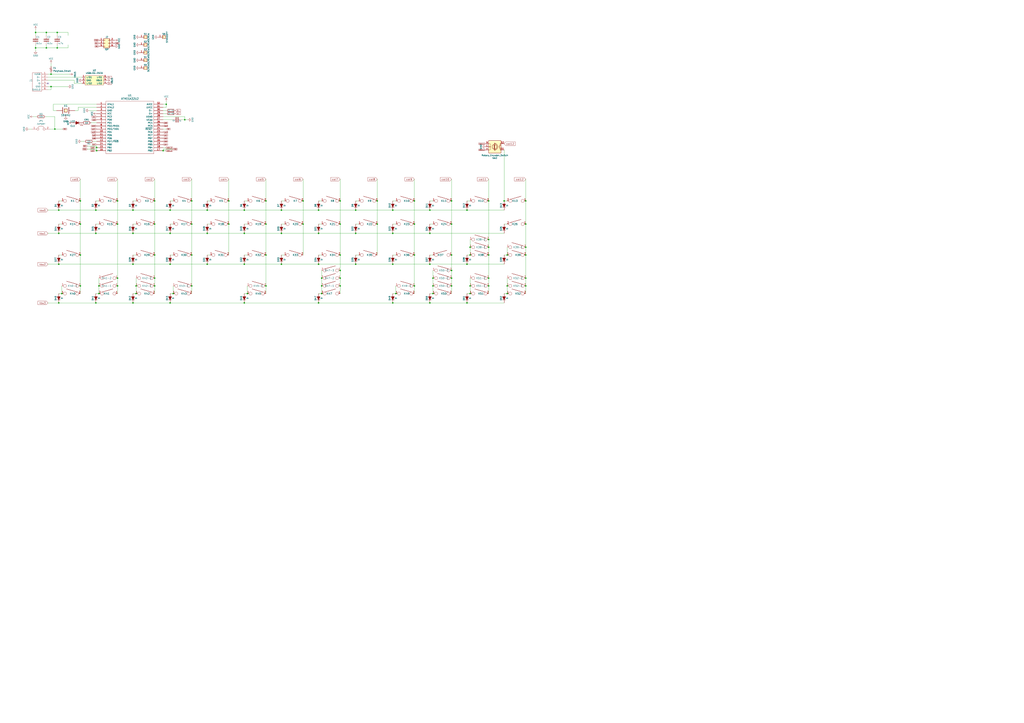
<source format=kicad_sch>
(kicad_sch (version 20200828) (generator eeschema)
  (page 1 1)
  (paper "A1")
  (junction (at 29.21 26.67) (diameter 1.016))
  (junction (at 29.21 39.37) (diameter 1.016))
  (junction (at 38.1 26.67) (diameter 1.016))
  (junction (at 38.1 39.37) (diameter 1.016))
  (junction (at 41.91 60.96) (diameter 1.016))
  (junction (at 41.91 71.12) (diameter 1.016))
  (junction (at 45.085 106.045) (diameter 1.016))
  (junction (at 46.99 26.67) (diameter 1.016))
  (junction (at 46.99 39.37) (diameter 1.016))
  (junction (at 48.26 172.72) (diameter 1.016))
  (junction (at 48.26 191.77) (diameter 1.016))
  (junction (at 48.26 217.17) (diameter 1.016))
  (junction (at 48.26 248.92) (diameter 1.016))
  (junction (at 50.8 241.3) (diameter 1.016))
  (junction (at 66.04 165.1) (diameter 1.016))
  (junction (at 66.04 184.15) (diameter 1.016))
  (junction (at 66.04 209.55) (diameter 1.016))
  (junction (at 66.04 234.95) (diameter 1.016))
  (junction (at 78.74 172.72) (diameter 1.016))
  (junction (at 78.74 191.77) (diameter 1.016))
  (junction (at 78.74 248.92) (diameter 1.016))
  (junction (at 79.375 121.285) (diameter 1.016))
  (junction (at 79.375 123.825) (diameter 1.016))
  (junction (at 81.28 234.95) (diameter 1.016))
  (junction (at 81.28 241.3) (diameter 1.016))
  (junction (at 96.52 165.1) (diameter 1.016))
  (junction (at 96.52 184.15) (diameter 1.016))
  (junction (at 96.52 228.6) (diameter 1.016))
  (junction (at 96.52 234.95) (diameter 1.016))
  (junction (at 109.22 172.72) (diameter 1.016))
  (junction (at 109.22 191.77) (diameter 1.016))
  (junction (at 109.22 217.17) (diameter 1.016))
  (junction (at 109.22 248.92) (diameter 1.016))
  (junction (at 111.76 234.95) (diameter 1.016))
  (junction (at 111.76 241.3) (diameter 1.016))
  (junction (at 127 165.1) (diameter 1.016))
  (junction (at 127 184.15) (diameter 1.016))
  (junction (at 127 209.55) (diameter 1.016))
  (junction (at 127 228.6) (diameter 1.016))
  (junction (at 127 234.95) (diameter 1.016))
  (junction (at 133.985 123.825) (diameter 1.016))
  (junction (at 136.525 85.725) (diameter 1.016))
  (junction (at 139.7 172.72) (diameter 1.016))
  (junction (at 139.7 191.77) (diameter 1.016))
  (junction (at 139.7 217.17) (diameter 1.016))
  (junction (at 139.7 248.92) (diameter 1.016))
  (junction (at 142.24 241.3) (diameter 1.016))
  (junction (at 151.765 98.425) (diameter 1.016))
  (junction (at 157.48 165.1) (diameter 1.016))
  (junction (at 157.48 184.15) (diameter 1.016))
  (junction (at 157.48 209.55) (diameter 1.016))
  (junction (at 157.48 234.95) (diameter 1.016))
  (junction (at 170.18 172.72) (diameter 1.016))
  (junction (at 170.18 191.77) (diameter 1.016))
  (junction (at 170.18 217.17) (diameter 1.016))
  (junction (at 187.96 165.1) (diameter 1.016))
  (junction (at 187.96 184.15) (diameter 1.016))
  (junction (at 200.66 172.72) (diameter 1.016))
  (junction (at 200.66 191.77) (diameter 1.016))
  (junction (at 200.66 217.17) (diameter 1.016))
  (junction (at 200.66 248.92) (diameter 1.016))
  (junction (at 203.2 241.3) (diameter 1.016))
  (junction (at 218.44 165.1) (diameter 1.016))
  (junction (at 218.44 184.15) (diameter 1.016))
  (junction (at 218.44 209.55) (diameter 1.016))
  (junction (at 218.44 234.95) (diameter 1.016))
  (junction (at 231.14 172.72) (diameter 1.016))
  (junction (at 231.14 191.77) (diameter 1.016))
  (junction (at 231.14 217.17) (diameter 1.016))
  (junction (at 248.92 165.1) (diameter 1.016))
  (junction (at 248.92 184.15) (diameter 1.016))
  (junction (at 261.62 172.72) (diameter 1.016))
  (junction (at 261.62 191.77) (diameter 1.016))
  (junction (at 261.62 217.17) (diameter 1.016))
  (junction (at 261.62 248.92) (diameter 1.016))
  (junction (at 264.16 228.6) (diameter 1.016))
  (junction (at 264.16 234.95) (diameter 1.016))
  (junction (at 264.16 241.3) (diameter 1.016))
  (junction (at 279.4 165.1) (diameter 1.016))
  (junction (at 279.4 184.15) (diameter 1.016))
  (junction (at 279.4 209.55) (diameter 1.016))
  (junction (at 279.4 222.25) (diameter 1.016))
  (junction (at 279.4 228.6) (diameter 1.016))
  (junction (at 279.4 234.95) (diameter 1.016))
  (junction (at 292.1 172.72) (diameter 1.016))
  (junction (at 292.1 191.77) (diameter 1.016))
  (junction (at 292.1 217.17) (diameter 1.016))
  (junction (at 309.88 165.1) (diameter 1.016))
  (junction (at 309.88 184.15) (diameter 1.016))
  (junction (at 322.58 172.72) (diameter 1.016))
  (junction (at 322.58 191.77) (diameter 1.016))
  (junction (at 322.58 217.17) (diameter 1.016))
  (junction (at 322.58 248.92) (diameter 1.016))
  (junction (at 325.12 241.3) (diameter 1.016))
  (junction (at 340.36 165.1) (diameter 1.016))
  (junction (at 340.36 184.15) (diameter 1.016))
  (junction (at 340.36 209.55) (diameter 1.016))
  (junction (at 340.36 234.95) (diameter 1.016))
  (junction (at 353.06 172.72) (diameter 1.016))
  (junction (at 353.06 191.77) (diameter 1.016))
  (junction (at 353.06 217.17) (diameter 1.016))
  (junction (at 353.06 248.92) (diameter 1.016))
  (junction (at 355.6 228.6) (diameter 1.016))
  (junction (at 355.6 234.95) (diameter 1.016))
  (junction (at 355.6 241.3) (diameter 1.016))
  (junction (at 370.84 165.1) (diameter 1.016))
  (junction (at 370.84 184.15) (diameter 1.016))
  (junction (at 370.84 209.55) (diameter 1.016))
  (junction (at 370.84 222.25) (diameter 1.016))
  (junction (at 370.84 228.6) (diameter 1.016))
  (junction (at 370.84 234.95) (diameter 1.016))
  (junction (at 383.54 172.72) (diameter 1.016))
  (junction (at 383.54 217.17) (diameter 1.016))
  (junction (at 383.54 248.92) (diameter 1.016))
  (junction (at 386.08 203.2) (diameter 1.016))
  (junction (at 386.08 209.55) (diameter 1.016))
  (junction (at 386.08 234.95) (diameter 1.016))
  (junction (at 386.08 241.3) (diameter 1.016))
  (junction (at 401.32 165.1) (diameter 1.016))
  (junction (at 401.32 196.85) (diameter 1.016))
  (junction (at 401.32 203.2) (diameter 1.016))
  (junction (at 401.32 209.55) (diameter 1.016))
  (junction (at 401.32 228.6) (diameter 1.016))
  (junction (at 401.32 234.95) (diameter 1.016))
  (junction (at 414.02 165.1) (diameter 1.016))
  (junction (at 416.56 209.55) (diameter 1.016))
  (junction (at 416.56 234.95) (diameter 1.016))
  (junction (at 416.56 241.3) (diameter 1.016))
  (junction (at 431.8 165.1) (diameter 1.016))
  (junction (at 431.8 184.15) (diameter 1.016))
  (junction (at 431.8 203.2) (diameter 1.016))
  (junction (at 431.8 209.55) (diameter 1.016))
  (junction (at 431.8 228.6) (diameter 1.016))
  (junction (at 431.8 234.95) (diameter 1.016))
  (no_connect (at 39.37 68.58))
  (wire (pts (xy 26.035 106.045) (xy 23.495 106.045)))
  (wire (pts (xy 27.305 95.885) (xy 29.845 95.885)))
  (wire (pts (xy 29.21 24.13) (xy 29.21 26.67)))
  (wire (pts (xy 29.21 26.67) (xy 29.21 29.21)))
  (wire (pts (xy 29.21 26.67) (xy 38.1 26.67)))
  (wire (pts (xy 29.21 36.83) (xy 29.21 39.37)))
  (wire (pts (xy 29.21 39.37) (xy 29.21 41.91)))
  (wire (pts (xy 29.21 39.37) (xy 38.1 39.37)))
  (wire (pts (xy 37.465 95.885) (xy 45.085 95.885)))
  (wire (pts (xy 38.1 26.67) (xy 38.1 29.21)))
  (wire (pts (xy 38.1 26.67) (xy 46.99 26.67)))
  (wire (pts (xy 38.1 36.83) (xy 38.1 39.37)))
  (wire (pts (xy 38.1 39.37) (xy 46.99 39.37)))
  (wire (pts (xy 39.37 60.96) (xy 41.91 60.96)))
  (wire (pts (xy 39.37 63.5) (xy 67.31 63.5)))
  (wire (pts (xy 39.37 66.04) (xy 60.96 66.04)))
  (wire (pts (xy 39.37 71.12) (xy 41.91 71.12)))
  (wire (pts (xy 39.37 73.66) (xy 41.91 73.66)))
  (wire (pts (xy 39.37 172.72) (xy 48.26 172.72)))
  (wire (pts (xy 39.37 191.77) (xy 48.26 191.77)))
  (wire (pts (xy 39.37 217.17) (xy 48.26 217.17)))
  (wire (pts (xy 39.37 248.92) (xy 48.26 248.92)))
  (wire (pts (xy 41.275 106.045) (xy 45.085 106.045)))
  (wire (pts (xy 41.91 54.61) (xy 41.91 52.07)))
  (wire (pts (xy 41.91 60.96) (xy 41.91 59.69)))
  (wire (pts (xy 41.91 60.96) (xy 57.15 60.96)))
  (wire (pts (xy 41.91 71.12) (xy 55.88 71.12)))
  (wire (pts (xy 41.91 73.66) (xy 41.91 71.12)))
  (wire (pts (xy 43.815 85.725) (xy 43.815 90.805)))
  (wire (pts (xy 43.815 85.725) (xy 79.375 85.725)))
  (wire (pts (xy 45.085 95.885) (xy 45.085 106.045)))
  (wire (pts (xy 45.085 106.045) (xy 51.435 106.045)))
  (wire (pts (xy 46.355 90.805) (xy 43.815 90.805)))
  (wire (pts (xy 46.99 26.67) (xy 46.99 29.21)))
  (wire (pts (xy 46.99 26.67) (xy 55.88 26.67)))
  (wire (pts (xy 46.99 39.37) (xy 46.99 36.83)))
  (wire (pts (xy 46.99 39.37) (xy 55.88 39.37)))
  (wire (pts (xy 48.26 172.72) (xy 78.74 172.72)))
  (wire (pts (xy 48.26 191.77) (xy 78.74 191.77)))
  (wire (pts (xy 48.26 209.55) (xy 50.8 209.55)))
  (wire (pts (xy 48.26 217.17) (xy 109.22 217.17)))
  (wire (pts (xy 48.26 248.92) (xy 78.74 248.92)))
  (wire (pts (xy 50.8 165.1) (xy 48.26 165.1)))
  (wire (pts (xy 50.8 184.15) (xy 48.26 184.15)))
  (wire (pts (xy 50.8 234.95) (xy 50.8 241.3)))
  (wire (pts (xy 50.8 241.3) (xy 48.26 241.3)))
  (wire (pts (xy 55.88 26.67) (xy 55.88 29.21)))
  (wire (pts (xy 55.88 39.37) (xy 55.88 36.83)))
  (wire (pts (xy 60.96 66.04) (xy 60.96 68.58)))
  (wire (pts (xy 60.96 68.58) (xy 67.31 68.58)))
  (wire (pts (xy 61.595 90.805) (xy 64.135 90.805)))
  (wire (pts (xy 64.135 88.265) (xy 64.135 90.805)))
  (wire (pts (xy 66.04 147.32) (xy 66.04 165.1)))
  (wire (pts (xy 66.04 165.1) (xy 66.04 184.15)))
  (wire (pts (xy 66.04 184.15) (xy 66.04 209.55)))
  (wire (pts (xy 66.04 209.55) (xy 66.04 234.95)))
  (wire (pts (xy 66.04 234.95) (xy 66.04 241.3)))
  (wire (pts (xy 69.215 116.205) (xy 66.675 116.205)))
  (wire (pts (xy 71.755 120.015) (xy 79.375 120.015)))
  (wire (pts (xy 71.755 122.555) (xy 79.375 122.555)))
  (wire (pts (xy 73.025 90.805) (xy 79.375 90.805)))
  (wire (pts (xy 74.93 100.965) (xy 79.375 100.965)))
  (wire (pts (xy 78.105 121.285) (xy 79.375 121.285)))
  (wire (pts (xy 78.105 123.825) (xy 79.375 123.825)))
  (wire (pts (xy 78.74 165.1) (xy 81.28 165.1)))
  (wire (pts (xy 78.74 172.72) (xy 109.22 172.72)))
  (wire (pts (xy 78.74 191.77) (xy 109.22 191.77)))
  (wire (pts (xy 78.74 248.92) (xy 109.22 248.92)))
  (wire (pts (xy 79.375 88.265) (xy 64.135 88.265)))
  (wire (pts (xy 79.375 116.205) (xy 76.835 116.205)))
  (wire (pts (xy 79.375 121.285) (xy 79.375 120.015)))
  (wire (pts (xy 79.375 122.555) (xy 79.375 123.825)))
  (wire (pts (xy 81.28 184.15) (xy 78.74 184.15)))
  (wire (pts (xy 81.28 228.6) (xy 81.28 234.95)))
  (wire (pts (xy 81.28 234.95) (xy 81.28 241.3)))
  (wire (pts (xy 81.28 241.3) (xy 78.74 241.3)))
  (wire (pts (xy 96.52 147.32) (xy 96.52 165.1)))
  (wire (pts (xy 96.52 165.1) (xy 96.52 184.15)))
  (wire (pts (xy 96.52 184.15) (xy 96.52 228.6)))
  (wire (pts (xy 96.52 228.6) (xy 96.52 234.95)))
  (wire (pts (xy 96.52 234.95) (xy 96.52 241.3)))
  (wire (pts (xy 109.22 165.1) (xy 111.76 165.1)))
  (wire (pts (xy 109.22 172.72) (xy 139.7 172.72)))
  (wire (pts (xy 109.22 191.77) (xy 139.7 191.77)))
  (wire (pts (xy 109.22 209.55) (xy 111.76 209.55)))
  (wire (pts (xy 109.22 217.17) (xy 139.7 217.17)))
  (wire (pts (xy 109.22 241.3) (xy 111.76 241.3)))
  (wire (pts (xy 109.22 248.92) (xy 139.7 248.92)))
  (wire (pts (xy 111.76 184.15) (xy 109.22 184.15)))
  (wire (pts (xy 111.76 228.6) (xy 111.76 234.95)))
  (wire (pts (xy 111.76 241.3) (xy 111.76 234.95)))
  (wire (pts (xy 127 147.32) (xy 127 165.1)))
  (wire (pts (xy 127 165.1) (xy 127 184.15)))
  (wire (pts (xy 127 184.15) (xy 127 209.55)))
  (wire (pts (xy 127 209.55) (xy 127 228.6)))
  (wire (pts (xy 127 228.6) (xy 127 234.95)))
  (wire (pts (xy 127 234.95) (xy 127 241.3)))
  (wire (pts (xy 133.985 85.725) (xy 136.525 85.725)))
  (wire (pts (xy 133.985 88.265) (xy 136.525 88.265)))
  (wire (pts (xy 133.985 90.805) (xy 136.525 90.805)))
  (wire (pts (xy 133.985 121.285) (xy 135.89 121.285)))
  (wire (pts (xy 133.985 122.555) (xy 133.985 123.825)))
  (wire (pts (xy 133.985 123.825) (xy 135.89 123.825)))
  (wire (pts (xy 136.525 85.725) (xy 136.525 83.185)))
  (wire (pts (xy 136.525 88.265) (xy 136.525 85.725)))
  (wire (pts (xy 136.525 93.345) (xy 133.985 93.345)))
  (wire (pts (xy 136.525 106.045) (xy 133.985 106.045)))
  (wire (pts (xy 139.7 165.1) (xy 142.24 165.1)))
  (wire (pts (xy 139.7 172.72) (xy 170.18 172.72)))
  (wire (pts (xy 139.7 184.15) (xy 142.24 184.15)))
  (wire (pts (xy 139.7 191.77) (xy 170.18 191.77)))
  (wire (pts (xy 139.7 209.55) (xy 142.24 209.55)))
  (wire (pts (xy 139.7 217.17) (xy 170.18 217.17)))
  (wire (pts (xy 139.7 241.3) (xy 142.24 241.3)))
  (wire (pts (xy 139.7 248.92) (xy 200.66 248.92)))
  (wire (pts (xy 141.605 98.425) (xy 133.985 98.425)))
  (wire (pts (xy 141.605 122.555) (xy 133.985 122.555)))
  (wire (pts (xy 142.24 234.95) (xy 142.24 241.3)))
  (wire (pts (xy 151.765 95.885) (xy 133.985 95.885)))
  (wire (pts (xy 151.765 95.885) (xy 151.765 98.425)))
  (wire (pts (xy 151.765 98.425) (xy 149.225 98.425)))
  (wire (pts (xy 154.305 98.425) (xy 151.765 98.425)))
  (wire (pts (xy 157.48 147.32) (xy 157.48 165.1)))
  (wire (pts (xy 157.48 165.1) (xy 157.48 184.15)))
  (wire (pts (xy 157.48 184.15) (xy 157.48 209.55)))
  (wire (pts (xy 157.48 209.55) (xy 157.48 234.95)))
  (wire (pts (xy 157.48 234.95) (xy 157.48 241.3)))
  (wire (pts (xy 170.18 165.1) (xy 172.72 165.1)))
  (wire (pts (xy 170.18 172.72) (xy 200.66 172.72)))
  (wire (pts (xy 170.18 184.15) (xy 172.72 184.15)))
  (wire (pts (xy 170.18 191.77) (xy 200.66 191.77)))
  (wire (pts (xy 170.18 209.55) (xy 172.72 209.55)))
  (wire (pts (xy 170.18 217.17) (xy 200.66 217.17)))
  (wire (pts (xy 187.96 147.32) (xy 187.96 165.1)))
  (wire (pts (xy 187.96 165.1) (xy 187.96 184.15)))
  (wire (pts (xy 187.96 184.15) (xy 187.96 209.55)))
  (wire (pts (xy 200.66 172.72) (xy 231.14 172.72)))
  (wire (pts (xy 200.66 184.15) (xy 203.2 184.15)))
  (wire (pts (xy 200.66 191.77) (xy 231.14 191.77)))
  (wire (pts (xy 200.66 209.55) (xy 203.2 209.55)))
  (wire (pts (xy 200.66 217.17) (xy 231.14 217.17)))
  (wire (pts (xy 200.66 241.3) (xy 203.2 241.3)))
  (wire (pts (xy 200.66 248.92) (xy 261.62 248.92)))
  (wire (pts (xy 203.2 165.1) (xy 200.66 165.1)))
  (wire (pts (xy 203.2 234.95) (xy 203.2 241.3)))
  (wire (pts (xy 218.44 147.32) (xy 218.44 165.1)))
  (wire (pts (xy 218.44 165.1) (xy 218.44 184.15)))
  (wire (pts (xy 218.44 184.15) (xy 218.44 209.55)))
  (wire (pts (xy 218.44 209.55) (xy 218.44 234.95)))
  (wire (pts (xy 218.44 234.95) (xy 218.44 241.3)))
  (wire (pts (xy 231.14 172.72) (xy 261.62 172.72)))
  (wire (pts (xy 231.14 184.15) (xy 233.68 184.15)))
  (wire (pts (xy 231.14 191.77) (xy 261.62 191.77)))
  (wire (pts (xy 231.14 209.55) (xy 233.68 209.55)))
  (wire (pts (xy 231.14 217.17) (xy 261.62 217.17)))
  (wire (pts (xy 233.68 165.1) (xy 231.14 165.1)))
  (wire (pts (xy 248.92 147.32) (xy 248.92 165.1)))
  (wire (pts (xy 248.92 165.1) (xy 248.92 184.15)))
  (wire (pts (xy 248.92 184.15) (xy 248.92 209.55)))
  (wire (pts (xy 261.62 165.1) (xy 264.16 165.1)))
  (wire (pts (xy 261.62 172.72) (xy 292.1 172.72)))
  (wire (pts (xy 261.62 184.15) (xy 264.16 184.15)))
  (wire (pts (xy 261.62 191.77) (xy 292.1 191.77)))
  (wire (pts (xy 261.62 209.55) (xy 264.16 209.55)))
  (wire (pts (xy 261.62 217.17) (xy 292.1 217.17)))
  (wire (pts (xy 261.62 248.92) (xy 322.58 248.92)))
  (wire (pts (xy 264.16 222.25) (xy 264.16 228.6)))
  (wire (pts (xy 264.16 228.6) (xy 264.16 234.95)))
  (wire (pts (xy 264.16 234.95) (xy 264.16 241.3)))
  (wire (pts (xy 264.16 241.3) (xy 261.62 241.3)))
  (wire (pts (xy 279.4 147.32) (xy 279.4 165.1)))
  (wire (pts (xy 279.4 165.1) (xy 279.4 184.15)))
  (wire (pts (xy 279.4 184.15) (xy 279.4 209.55)))
  (wire (pts (xy 279.4 209.55) (xy 279.4 222.25)))
  (wire (pts (xy 279.4 222.25) (xy 279.4 228.6)))
  (wire (pts (xy 279.4 228.6) (xy 279.4 234.95)))
  (wire (pts (xy 279.4 234.95) (xy 279.4 241.3)))
  (wire (pts (xy 292.1 165.1) (xy 294.64 165.1)))
  (wire (pts (xy 292.1 172.72) (xy 322.58 172.72)))
  (wire (pts (xy 292.1 184.15) (xy 294.64 184.15)))
  (wire (pts (xy 292.1 191.77) (xy 322.58 191.77)))
  (wire (pts (xy 292.1 209.55) (xy 294.64 209.55)))
  (wire (pts (xy 292.1 217.17) (xy 322.58 217.17)))
  (wire (pts (xy 309.88 147.32) (xy 309.88 165.1)))
  (wire (pts (xy 309.88 165.1) (xy 309.88 184.15)))
  (wire (pts (xy 309.88 184.15) (xy 309.88 209.55)))
  (wire (pts (xy 322.58 165.1) (xy 325.12 165.1)))
  (wire (pts (xy 322.58 172.72) (xy 353.06 172.72)))
  (wire (pts (xy 322.58 184.15) (xy 325.12 184.15)))
  (wire (pts (xy 322.58 191.77) (xy 353.06 191.77)))
  (wire (pts (xy 322.58 209.55) (xy 325.12 209.55)))
  (wire (pts (xy 322.58 217.17) (xy 353.06 217.17)))
  (wire (pts (xy 322.58 241.3) (xy 325.12 241.3)))
  (wire (pts (xy 322.58 248.92) (xy 353.06 248.92)))
  (wire (pts (xy 325.12 234.95) (xy 325.12 241.3)))
  (wire (pts (xy 340.36 147.32) (xy 340.36 165.1)))
  (wire (pts (xy 340.36 165.1) (xy 340.36 184.15)))
  (wire (pts (xy 340.36 184.15) (xy 340.36 209.55)))
  (wire (pts (xy 340.36 209.55) (xy 340.36 234.95)))
  (wire (pts (xy 340.36 234.95) (xy 340.36 241.3)))
  (wire (pts (xy 353.06 172.72) (xy 383.54 172.72)))
  (wire (pts (xy 353.06 184.15) (xy 355.6 184.15)))
  (wire (pts (xy 353.06 191.77) (xy 414.02 191.77)))
  (wire (pts (xy 353.06 209.55) (xy 355.6 209.55)))
  (wire (pts (xy 353.06 217.17) (xy 383.54 217.17)))
  (wire (pts (xy 353.06 248.92) (xy 383.54 248.92)))
  (wire (pts (xy 355.6 165.1) (xy 353.06 165.1)))
  (wire (pts (xy 355.6 222.25) (xy 355.6 228.6)))
  (wire (pts (xy 355.6 228.6) (xy 355.6 234.95)))
  (wire (pts (xy 355.6 234.95) (xy 355.6 241.3)))
  (wire (pts (xy 355.6 241.3) (xy 353.06 241.3)))
  (wire (pts (xy 370.84 147.32) (xy 370.84 165.1)))
  (wire (pts (xy 370.84 165.1) (xy 370.84 184.15)))
  (wire (pts (xy 370.84 184.15) (xy 370.84 209.55)))
  (wire (pts (xy 370.84 209.55) (xy 370.84 222.25)))
  (wire (pts (xy 370.84 222.25) (xy 370.84 228.6)))
  (wire (pts (xy 370.84 228.6) (xy 370.84 234.95)))
  (wire (pts (xy 370.84 234.95) (xy 370.84 241.3)))
  (wire (pts (xy 383.54 172.72) (xy 414.02 172.72)))
  (wire (pts (xy 383.54 217.17) (xy 414.02 217.17)))
  (wire (pts (xy 383.54 241.3) (xy 386.08 241.3)))
  (wire (pts (xy 383.54 248.92) (xy 414.02 248.92)))
  (wire (pts (xy 386.08 165.1) (xy 383.54 165.1)))
  (wire (pts (xy 386.08 196.85) (xy 386.08 203.2)))
  (wire (pts (xy 386.08 203.2) (xy 386.08 209.55)))
  (wire (pts (xy 386.08 209.55) (xy 383.54 209.55)))
  (wire (pts (xy 386.08 228.6) (xy 386.08 234.95)))
  (wire (pts (xy 386.08 241.3) (xy 386.08 234.95)))
  (wire (pts (xy 401.32 147.32) (xy 401.32 165.1)))
  (wire (pts (xy 401.32 165.1) (xy 401.32 196.85)))
  (wire (pts (xy 401.32 196.85) (xy 401.32 203.2)))
  (wire (pts (xy 401.32 203.2) (xy 401.32 209.55)))
  (wire (pts (xy 401.32 209.55) (xy 401.32 228.6)))
  (wire (pts (xy 401.32 228.6) (xy 401.32 234.95)))
  (wire (pts (xy 401.32 234.95) (xy 401.32 241.3)))
  (wire (pts (xy 414.02 123.19) (xy 414.02 165.1)))
  (wire (pts (xy 414.02 184.15) (xy 416.56 184.15)))
  (wire (pts (xy 414.02 209.55) (xy 416.56 209.55)))
  (wire (pts (xy 416.56 165.1) (xy 414.02 165.1)))
  (wire (pts (xy 416.56 209.55) (xy 416.56 203.2)))
  (wire (pts (xy 416.56 228.6) (xy 416.56 234.95)))
  (wire (pts (xy 416.56 234.95) (xy 416.56 241.3)))
  (wire (pts (xy 416.56 241.3) (xy 414.02 241.3)))
  (wire (pts (xy 431.8 147.32) (xy 431.8 165.1)))
  (wire (pts (xy 431.8 165.1) (xy 431.8 184.15)))
  (wire (pts (xy 431.8 184.15) (xy 431.8 203.2)))
  (wire (pts (xy 431.8 203.2) (xy 431.8 209.55)))
  (wire (pts (xy 431.8 209.55) (xy 431.8 228.6)))
  (wire (pts (xy 431.8 228.6) (xy 431.8 234.95)))
  (wire (pts (xy 431.8 234.95) (xy 431.8 241.3)))
  (global_label "row0" (shape input) (at 39.37 172.72 180) (effects (font (size 1.524 1.524))))
  (global_label "row1" (shape input) (at 39.37 191.77 180) (effects (font (size 1.524 1.524))))
  (global_label "row2" (shape input) (at 39.37 217.17 180) (effects (font (size 1.524 1.524))))
  (global_label "row3" (shape input) (at 39.37 248.92 180) (effects (font (size 1.524 1.524))))
  (global_label "RST" (shape input) (at 51.435 106.045 0) (effects (font (size 0.7112 0.7112))))
  (global_label "col0" (shape input) (at 66.04 147.32 180) (effects (font (size 1.524 1.524))))
  (global_label "SCK" (shape input) (at 71.755 120.015 180) (effects (font (size 0.7112 0.7112))))
  (global_label "MOSI" (shape input) (at 71.755 122.555 180) (effects (font (size 0.7112 0.7112))))
  (global_label "col6" (shape input) (at 78.105 121.285 180) (effects (font (size 0.7112 0.7112))))
  (global_label "col5" (shape input) (at 78.105 123.825 180) (effects (font (size 0.7112 0.7112))))
  (global_label "row1" (shape input) (at 79.375 95.885 180) (effects (font (size 0.7112 0.7112))))
  (global_label "row0" (shape input) (at 79.375 98.425 180) (effects (font (size 0.7112 0.7112))))
  (global_label "col12" (shape input) (at 79.375 103.505 180) (effects (font (size 0.7112 0.7112))))
  (global_label "col11" (shape input) (at 79.375 106.045 180) (effects (font (size 0.7112 0.7112))))
  (global_label "col10" (shape input) (at 79.375 108.585 180) (effects (font (size 0.7112 0.7112))))
  (global_label "col9" (shape input) (at 79.375 111.125 180) (effects (font (size 0.7112 0.7112))))
  (global_label "col8" (shape input) (at 79.375 113.665 180) (effects (font (size 0.7112 0.7112))))
  (global_label "col7" (shape input) (at 79.375 118.745 180) (effects (font (size 0.7112 0.7112))))
  (global_label "MISO" (shape input) (at 81.28 33.02 180) (effects (font (size 0.7112 0.7112))))
  (global_label "SCK" (shape input) (at 81.28 35.56 180) (effects (font (size 0.7112 0.7112))))
  (global_label "RST" (shape input) (at 81.28 38.1 180) (effects (font (size 0.7112 0.7112))))
  (global_label "D-" (shape input) (at 87.63 63.5 0) (effects (font (size 0.9906 0.9906))))
  (global_label "D+" (shape input) (at 87.63 68.58 0) (effects (font (size 0.9906 0.9906))))
  (global_label "MOSI" (shape input) (at 93.98 35.56 0) (effects (font (size 0.7112 0.7112))))
  (global_label "col1" (shape input) (at 96.52 147.32 180) (effects (font (size 1.524 1.524))))
  (global_label "col2" (shape input) (at 127 147.32 180) (effects (font (size 1.524 1.524))))
  (global_label "col0" (shape input) (at 133.985 100.965 0) (effects (font (size 0.7112 0.7112))))
  (global_label "row2" (shape input) (at 133.985 103.505 0) (effects (font (size 0.7112 0.7112))))
  (global_label "row3" (shape input) (at 133.985 108.585 0) (effects (font (size 0.7112 0.7112))))
  (global_label "col1" (shape input) (at 133.985 111.125 0) (effects (font (size 0.7112 0.7112))))
  (global_label "col2" (shape input) (at 133.985 113.665 0) (effects (font (size 0.7112 0.7112))))
  (global_label "col3" (shape input) (at 133.985 116.205 0) (effects (font (size 0.7112 0.7112))))
  (global_label "col4" (shape input) (at 133.985 118.745 0) (effects (font (size 0.7112 0.7112))))
  (global_label "rotary_b" (shape input) (at 135.89 121.285 0) (effects (font (size 0.7112 0.7112))))
  (global_label "rotary_a" (shape input) (at 135.89 123.825 0) (effects (font (size 0.7112 0.7112))))
  (global_label "RST" (shape input) (at 136.525 106.045 0) (effects (font (size 0.7112 0.7112))))
  (global_label "MISO" (shape input) (at 141.605 122.555 0) (effects (font (size 0.7112 0.7112))))
  (global_label "D-" (shape input) (at 144.145 90.805 0) (effects (font (size 0.9906 0.9906))))
  (global_label "D+" (shape input) (at 144.145 93.345 0) (effects (font (size 0.9906 0.9906))))
  (global_label "col3" (shape input) (at 157.48 147.32 180) (effects (font (size 1.524 1.524))))
  (global_label "col4" (shape input) (at 187.96 147.32 180) (effects (font (size 1.524 1.524))))
  (global_label "col5" (shape input) (at 218.44 147.32 180) (effects (font (size 1.524 1.524))))
  (global_label "col6" (shape input) (at 248.92 147.32 180) (effects (font (size 1.524 1.524))))
  (global_label "col7" (shape input) (at 279.4 147.32 180) (effects (font (size 1.524 1.524))))
  (global_label "col8" (shape input) (at 309.88 147.32 180) (effects (font (size 1.524 1.524))))
  (global_label "col9" (shape input) (at 340.36 147.32 180) (effects (font (size 1.524 1.524))))
  (global_label "col10" (shape input) (at 370.84 147.32 180) (effects (font (size 1.524 1.524))))
  (global_label "rotary_b" (shape input) (at 398.78 118.11 180) (effects (font (size 0.7112 0.7112))))
  (global_label "rotary_a" (shape input) (at 398.78 123.19 180) (effects (font (size 0.7112 0.7112))))
  (global_label "col11" (shape input) (at 401.32 147.32 180) (effects (font (size 1.524 1.524))))
  (global_label "col12" (shape input) (at 414.02 118.11 0) (effects (font (size 1.524 1.524))))
  (global_label "col12" (shape input) (at 431.8 147.32 180) (effects (font (size 1.524 1.524))))
  (symbol (lib_id "Power:VCC") (at 27.305 95.885 90) (unit 1)
    (property "Reference" "#PWR04" (effects hide))
    (property "Value" "VCC" (at 23.495 95.885 0))
  )
  (symbol (lib_id "Power:VCC") (at 29.21 24.13 0) (unit 1)
    (property "Reference" "#PWR02" (effects hide))
    (property "Value" "VCC" (at 29.21 20.32 0))
  )
  (symbol (lib_id "Power:VCC") (at 41.91 52.07 0) (unit 1)
    (property "Reference" "#PWR07" (effects hide))
    (property "Value" "VCC" (at 41.91 48.26 0))
  )
  (symbol (lib_id "Power:VBUS") (at 57.15 60.96 270) (unit 1)
    (property "Reference" "#PWR0107" (effects hide))
    (property "Value" "VBUS" (at 61.5442 61.341 0))
  )
  (symbol (lib_id "Power:VCC") (at 59.69 100.965 90) (unit 1)
    (property "Reference" "#PWR0101" (effects hide))
    (property "Value" "VCC" (at 55.88 100.965 0))
  )
  (symbol (lib_id "Power:VCC") (at 79.375 93.345 90) (mirror x) (unit 1)
    (property "Reference" "#PWR0102" (effects hide))
    (property "Value" "VCC" (at 75.565 93.345 0))
  )
  (symbol (lib_id "Power:VBUS") (at 87.63 66.04 270) (unit 1)
    (property "Reference" "#PWR0108" (effects hide))
    (property "Value" "VBUS" (at 92.0242 66.421 0))
  )
  (symbol (lib_id "Power:VCC") (at 93.98 33.02 270) (unit 1)
    (property "Reference" "#PWR019" (effects hide))
    (property "Value" "VCC" (at 97.79 33.02 0))
  )
  (symbol (lib_id "Power:VCC") (at 136.525 83.185 0) (mirror y) (unit 1)
    (property "Reference" "#PWR013" (effects hide))
    (property "Value" "VCC" (at 136.525 79.375 0))
  )
  (symbol (lib_id "Power:GND") (at 23.495 106.045 270) (unit 1)
    (property "Reference" "#PWR05" (effects hide))
    (property "Value" "GND" (at 19.685 106.045 0))
  )
  (symbol (lib_id "Power:GND") (at 29.21 41.91 0) (unit 1)
    (property "Reference" "#PWR03" (effects hide))
    (property "Value" "GND" (at 29.21 45.72 0))
  )
  (symbol (lib_id "Power:GND") (at 53.975 95.885 0) (unit 1)
    (property "Reference" "#PWR0104" (effects hide))
    (property "Value" "GND" (at 53.975 99.695 0))
  )
  (symbol (lib_id "Power:GND") (at 55.88 71.12 90) (unit 1)
    (property "Reference" "#PWR0109" (effects hide))
    (property "Value" "GND" (at 59.69 71.12 0))
  )
  (symbol (lib_id "Power:GND") (at 66.675 116.205 270) (unit 1)
    (property "Reference" "#PWR06" (effects hide))
    (property "Value" "GND" (at 62.865 116.205 0))
  )
  (symbol (lib_id "Power:GND") (at 67.31 66.04 270) (unit 1)
    (property "Reference" "#PWR0106" (effects hide))
    (property "Value" "GND" (at 63.5 66.04 0))
  )
  (symbol (lib_id "Power:GND") (at 73.025 90.805 270) (unit 1)
    (property "Reference" "#PWR01" (effects hide))
    (property "Value" "GND" (at 69.215 90.805 0))
  )
  (symbol (lib_id "Power:GND") (at 93.98 38.1 90) (unit 1)
    (property "Reference" "#PWR018" (effects hide))
    (property "Value" "GND" (at 97.79 38.1 0))
  )
  (symbol (lib_id "Power:GND") (at 114.3 30.48 270) (unit 1)
    (property "Reference" "#PWR021" (effects hide))
    (property "Value" "GND" (at 110.49 30.48 0))
  )
  (symbol (lib_id "Power:GND") (at 114.3 36.83 270) (unit 1)
    (property "Reference" "#PWR022" (effects hide))
    (property "Value" "GND" (at 110.49 36.83 0))
  )
  (symbol (lib_id "Power:GND") (at 114.3 43.18 270) (unit 1)
    (property "Reference" "#PWR023" (effects hide))
    (property "Value" "GND" (at 110.49 43.18 0))
  )
  (symbol (lib_id "Power:GND") (at 114.3 49.53 270) (unit 1)
    (property "Reference" "#PWR024" (effects hide))
    (property "Value" "GND" (at 110.49 49.53 0))
  )
  (symbol (lib_id "Power:GND") (at 114.3 55.88 270) (unit 1)
    (property "Reference" "#PWR025" (effects hide))
    (property "Value" "GND" (at 110.49 55.88 0))
  )
  (symbol (lib_id "Power:GND") (at 129.54 30.48 270) (unit 1)
    (property "Reference" "#PWR026" (effects hide))
    (property "Value" "GND" (at 125.73 30.48 0))
  )
  (symbol (lib_id "Power:GND") (at 154.305 98.425 90) (unit 1)
    (property "Reference" "#PWR08" (effects hide))
    (property "Value" "GND" (at 158.115 98.425 0))
  )
  (symbol (lib_id "Power:GND") (at 398.78 120.65 270) (unit 1)
    (property "Reference" "#PWR0103" (effects hide))
    (property "Value" "GND" (at 394.97 120.65 0))
  )
  (symbol (lib_id "Device:Polyfuse_Small") (at 41.91 57.15 0) (unit 1)
    (property "Reference" "F1" (at 43.6372 55.9816 0) (effects (justify left)))
    (property "Value" "Polyfuse_Small" (at 43.6372 58.293 0) (effects (justify left)))
    (property "Footprint" "Keeb_components:R_0603" (effects hide))
  )
  (symbol (lib_id "Device:R") (at 33.655 95.885 90) (unit 1)
    (property "Reference" "R3" (at 33.655 93.853 90))
    (property "Value" "10k" (at 33.655 95.885 90))
    (property "Footprint" "Keeb_components:R_0603" (effects hide))
  )
  (symbol (lib_id "Device:R") (at 71.12 100.965 270) (unit 1)
    (property "Reference" "CR1" (at 71.12 98.425 90))
    (property "Value" "1k" (at 71.12 100.965 90))
    (property "Footprint" "Keeb_components:R_0603" (effects hide))
  )
  (symbol (lib_id "Device:R") (at 73.025 116.205 270) (unit 1)
    (property "Reference" "R4" (at 73.025 118.237 90))
    (property "Value" "10k" (at 73.025 116.205 90))
    (property "Footprint" "Keeb_components:R_0603" (effects hide))
  )
  (symbol (lib_id "Device:R") (at 140.335 90.805 270) (mirror x) (unit 1)
    (property "Reference" "R1" (at 141.8336 90.805 90) (effects (font (size 0.9906 0.9906))))
    (property "Value" "22" (at 139.0396 90.805 90) (effects (font (size 0.9906 0.9906))))
    (property "Footprint" "Keeb_components:R_0603" (effects hide))
  )
  (symbol (lib_id "Device:R") (at 140.335 93.345 270) (mirror x) (unit 1)
    (property "Reference" "R2" (at 141.8336 93.345 90) (effects (font (size 0.9906 0.9906))))
    (property "Value" "22" (at 139.0396 93.345 90) (effects (font (size 0.9906 0.9906))))
    (property "Footprint" "Keeb_components:R_0603" (effects hide))
  )
  (symbol (lib_id "Connector_Generic:Conn_01x01") (at 119.38 30.48 0) (unit 1)
    (property "Reference" "S1" (at 119.38 27.94 0))
    (property "Value" "SCREW" (at 121.92 30.48 90))
    (property "Footprint" "footprints:Vortex_Core_screw" (effects hide))
  )
  (symbol (lib_id "Connector_Generic:Conn_01x01") (at 119.38 36.83 0) (unit 1)
    (property "Reference" "S2" (at 119.38 34.29 0))
    (property "Value" "SCREW" (at 121.92 36.83 90))
    (property "Footprint" "footprints:Vortex_Core_screw" (effects hide))
  )
  (symbol (lib_id "Connector_Generic:Conn_01x01") (at 119.38 43.18 0) (unit 1)
    (property "Reference" "S3" (at 119.38 40.64 0))
    (property "Value" "SCREW" (at 121.92 43.18 90))
    (property "Footprint" "footprints:Vortex_Core_screw" (effects hide))
  )
  (symbol (lib_id "Connector_Generic:Conn_01x01") (at 119.38 49.53 0) (unit 1)
    (property "Reference" "S4" (at 119.38 46.99 0))
    (property "Value" "SCREW" (at 121.92 49.53 90))
    (property "Footprint" "footprints:Vortex_Core_screw" (effects hide))
  )
  (symbol (lib_id "Connector_Generic:Conn_01x01") (at 119.38 55.88 0) (unit 1)
    (property "Reference" "S5" (at 119.38 53.34 0))
    (property "Value" "SCREW" (at 121.92 55.88 90))
    (property "Footprint" "footprints:Vortex_Core_screw" (effects hide))
  )
  (symbol (lib_id "Connector_Generic:Conn_01x01") (at 134.62 30.48 0) (unit 1)
    (property "Reference" "S6" (at 134.62 27.94 0))
    (property "Value" "STANDOFF" (at 137.16 30.48 90))
    (property "Footprint" "footprints:vortex_standoff" (effects hide))
  )
  (symbol (lib_id "Device:D_ALT") (at 48.26 168.91 90) (unit 1)
    (property "Reference" "D1" (at 45.72 168.91 0))
    (property "Value" "D" (at 50.8 168.91 0))
    (property "Footprint" "Keeb_components:D_0805" (effects hide))
  )
  (symbol (lib_id "Device:D_ALT") (at 48.26 187.96 90) (unit 1)
    (property "Reference" "D14" (at 45.72 187.96 0))
    (property "Value" "D" (at 50.8 187.96 0))
    (property "Footprint" "Keeb_components:D_0805" (effects hide))
  )
  (symbol (lib_id "Device:D_ALT") (at 48.26 213.36 90) (unit 1)
    (property "Reference" "D27" (at 45.72 213.36 0))
    (property "Value" "D" (at 50.8 213.36 0))
    (property "Footprint" "Keeb_components:D_0805" (effects hide))
  )
  (symbol (lib_id "Device:D_ALT") (at 48.26 245.11 90) (unit 1)
    (property "Reference" "D40" (at 45.72 245.11 0))
    (property "Value" "D" (at 50.8 245.11 0))
    (property "Footprint" "Keeb_components:D_0805" (effects hide))
  )
  (symbol (lib_id "Device:D_ALT") (at 78.74 168.91 90) (unit 1)
    (property "Reference" "D2" (at 76.2 168.91 0))
    (property "Value" "D" (at 81.28 168.91 0))
    (property "Footprint" "Keeb_components:D_0805" (effects hide))
  )
  (symbol (lib_id "Device:D_ALT") (at 78.74 187.96 90) (unit 1)
    (property "Reference" "D15" (at 76.2 187.96 0))
    (property "Value" "D" (at 81.28 187.96 0))
    (property "Footprint" "Keeb_components:D_0805" (effects hide))
  )
  (symbol (lib_id "Device:D_ALT") (at 78.74 245.11 90) (unit 1)
    (property "Reference" "D41" (at 76.2 245.11 0))
    (property "Value" "D" (at 81.28 245.11 0))
    (property "Footprint" "Keeb_components:D_0805" (effects hide))
  )
  (symbol (lib_id "Device:D_ALT") (at 109.22 168.91 90) (unit 1)
    (property "Reference" "D3" (at 106.68 168.91 0))
    (property "Value" "D" (at 111.76 168.91 0))
    (property "Footprint" "Keeb_components:D_0805" (effects hide))
  )
  (symbol (lib_id "Device:D_ALT") (at 109.22 187.96 90) (unit 1)
    (property "Reference" "D16" (at 106.68 187.96 0))
    (property "Value" "D" (at 111.76 187.96 0))
    (property "Footprint" "Keeb_components:D_0805" (effects hide))
  )
  (symbol (lib_id "Device:D_ALT") (at 109.22 213.36 90) (unit 1)
    (property "Reference" "D29" (at 106.68 213.36 0))
    (property "Value" "D" (at 111.76 213.36 0))
    (property "Footprint" "Keeb_components:D_0805" (effects hide))
  )
  (symbol (lib_id "Device:D_ALT") (at 109.22 245.11 90) (unit 1)
    (property "Reference" "D42" (at 106.68 245.11 0))
    (property "Value" "D" (at 111.76 245.11 0))
    (property "Footprint" "Keeb_components:D_0805" (effects hide))
  )
  (symbol (lib_id "Device:D_ALT") (at 139.7 168.91 90) (unit 1)
    (property "Reference" "D4" (at 137.16 168.91 0))
    (property "Value" "D" (at 142.24 168.91 0))
    (property "Footprint" "Keeb_components:D_0805" (effects hide))
  )
  (symbol (lib_id "Device:D_ALT") (at 139.7 187.96 90) (unit 1)
    (property "Reference" "D17" (at 137.16 187.96 0))
    (property "Value" "D" (at 142.24 187.96 0))
    (property "Footprint" "Keeb_components:D_0805" (effects hide))
  )
  (symbol (lib_id "Device:D_ALT") (at 139.7 213.36 90) (unit 1)
    (property "Reference" "D30" (at 137.16 213.36 0))
    (property "Value" "D" (at 142.24 213.36 0))
    (property "Footprint" "Keeb_components:D_0805" (effects hide))
  )
  (symbol (lib_id "Device:D_ALT") (at 139.7 245.11 90) (unit 1)
    (property "Reference" "D43" (at 137.16 245.11 0))
    (property "Value" "D" (at 142.24 245.11 0))
    (property "Footprint" "Keeb_components:D_0805" (effects hide))
  )
  (symbol (lib_id "Device:D_ALT") (at 170.18 168.91 90) (unit 1)
    (property "Reference" "D5" (at 167.64 168.91 0))
    (property "Value" "D" (at 172.72 168.91 0))
    (property "Footprint" "Keeb_components:D_0805" (effects hide))
  )
  (symbol (lib_id "Device:D_ALT") (at 170.18 187.96 90) (unit 1)
    (property "Reference" "D18" (at 167.64 187.96 0))
    (property "Value" "D" (at 172.72 187.96 0))
    (property "Footprint" "Keeb_components:D_0805" (effects hide))
  )
  (symbol (lib_id "Device:D_ALT") (at 170.18 213.36 90) (unit 1)
    (property "Reference" "D31" (at 167.64 213.36 0))
    (property "Value" "D" (at 172.72 213.36 0))
    (property "Footprint" "Keeb_components:D_0805" (effects hide))
  )
  (symbol (lib_id "Device:D_ALT") (at 200.66 168.91 90) (unit 1)
    (property "Reference" "D6" (at 198.12 168.91 0))
    (property "Value" "D" (at 203.2 168.91 0))
    (property "Footprint" "Keeb_components:D_0805" (effects hide))
  )
  (symbol (lib_id "Device:D_ALT") (at 200.66 187.96 90) (unit 1)
    (property "Reference" "D19" (at 198.12 187.96 0))
    (property "Value" "D" (at 203.2 187.96 0))
    (property "Footprint" "Keeb_components:D_0805" (effects hide))
  )
  (symbol (lib_id "Device:D_ALT") (at 200.66 213.36 90) (unit 1)
    (property "Reference" "D32" (at 198.12 213.36 0))
    (property "Value" "D" (at 203.2 213.36 0))
    (property "Footprint" "Keeb_components:D_0805" (effects hide))
  )
  (symbol (lib_id "Device:D_ALT") (at 200.66 245.11 90) (unit 1)
    (property "Reference" "D45" (at 198.12 245.11 0))
    (property "Value" "D" (at 203.2 245.11 0))
    (property "Footprint" "Keeb_components:D_0805" (effects hide))
  )
  (symbol (lib_id "Device:D_ALT") (at 231.14 168.91 90) (unit 1)
    (property "Reference" "D7" (at 228.6 168.91 0))
    (property "Value" "D" (at 233.68 168.91 0))
    (property "Footprint" "Keeb_components:D_0805" (effects hide))
  )
  (symbol (lib_id "Device:D_ALT") (at 231.14 187.96 90) (unit 1)
    (property "Reference" "D20" (at 228.6 187.96 0))
    (property "Value" "D" (at 233.68 187.96 0))
    (property "Footprint" "Keeb_components:D_0805" (effects hide))
  )
  (symbol (lib_id "Device:D_ALT") (at 231.14 213.36 90) (unit 1)
    (property "Reference" "D33" (at 228.6 213.36 0))
    (property "Value" "D" (at 233.68 213.36 0))
    (property "Footprint" "Keeb_components:D_0805" (effects hide))
  )
  (symbol (lib_id "Device:D_ALT") (at 261.62 168.91 90) (unit 1)
    (property "Reference" "D8" (at 259.08 168.91 0))
    (property "Value" "D" (at 264.16 168.91 0))
    (property "Footprint" "Keeb_components:D_0805" (effects hide))
  )
  (symbol (lib_id "Device:D_ALT") (at 261.62 187.96 90) (unit 1)
    (property "Reference" "D21" (at 259.08 187.96 0))
    (property "Value" "D" (at 264.16 187.96 0))
    (property "Footprint" "Keeb_components:D_0805" (effects hide))
  )
  (symbol (lib_id "Device:D_ALT") (at 261.62 213.36 90) (unit 1)
    (property "Reference" "D34" (at 259.08 213.36 0))
    (property "Value" "D" (at 264.16 213.36 0))
    (property "Footprint" "Keeb_components:D_0805" (effects hide))
  )
  (symbol (lib_id "Device:D_ALT") (at 261.62 245.11 90) (unit 1)
    (property "Reference" "D47" (at 259.08 245.11 0))
    (property "Value" "D" (at 264.16 245.11 0))
    (property "Footprint" "Keeb_components:D_0805" (effects hide))
  )
  (symbol (lib_id "Device:D_ALT") (at 292.1 168.91 90) (unit 1)
    (property "Reference" "D9" (at 289.56 168.91 0))
    (property "Value" "D" (at 294.64 168.91 0))
    (property "Footprint" "Keeb_components:D_0805" (effects hide))
  )
  (symbol (lib_id "Device:D_ALT") (at 292.1 187.96 90) (unit 1)
    (property "Reference" "D22" (at 289.56 187.96 0))
    (property "Value" "D" (at 294.64 187.96 0))
    (property "Footprint" "Keeb_components:D_0805" (effects hide))
  )
  (symbol (lib_id "Device:D_ALT") (at 292.1 213.36 90) (unit 1)
    (property "Reference" "D35" (at 289.56 213.36 0))
    (property "Value" "D" (at 294.64 213.36 0))
    (property "Footprint" "Keeb_components:D_0805" (effects hide))
  )
  (symbol (lib_id "Device:D_ALT") (at 322.58 168.91 90) (unit 1)
    (property "Reference" "D10" (at 320.04 168.91 0))
    (property "Value" "D" (at 325.12 168.91 0))
    (property "Footprint" "Keeb_components:D_0805" (effects hide))
  )
  (symbol (lib_id "Device:D_ALT") (at 322.58 187.96 90) (unit 1)
    (property "Reference" "D23" (at 320.04 187.96 0))
    (property "Value" "D" (at 325.12 187.96 0))
    (property "Footprint" "Keeb_components:D_0805" (effects hide))
  )
  (symbol (lib_id "Device:D_ALT") (at 322.58 213.36 90) (unit 1)
    (property "Reference" "D36" (at 320.04 213.36 0))
    (property "Value" "D" (at 325.12 213.36 0))
    (property "Footprint" "Keeb_components:D_0805" (effects hide))
  )
  (symbol (lib_id "Device:D_ALT") (at 322.58 245.11 90) (unit 1)
    (property "Reference" "D49" (at 320.04 245.11 0))
    (property "Value" "D" (at 325.12 245.11 0))
    (property "Footprint" "Keeb_components:D_0805" (effects hide))
  )
  (symbol (lib_id "Device:D_ALT") (at 353.06 168.91 90) (unit 1)
    (property "Reference" "D11" (at 350.52 168.91 0))
    (property "Value" "D" (at 355.6 168.91 0))
    (property "Footprint" "Keeb_components:D_0805" (effects hide))
  )
  (symbol (lib_id "Device:D_ALT") (at 353.06 187.96 90) (unit 1)
    (property "Reference" "D24" (at 350.52 187.96 0))
    (property "Value" "D" (at 355.6 187.96 0))
    (property "Footprint" "Keeb_components:D_0805" (effects hide))
  )
  (symbol (lib_id "Device:D_ALT") (at 353.06 213.36 90) (unit 1)
    (property "Reference" "D37" (at 350.52 213.36 0))
    (property "Value" "D" (at 355.6 213.36 0))
    (property "Footprint" "Keeb_components:D_0805" (effects hide))
  )
  (symbol (lib_id "Device:D_ALT") (at 353.06 245.11 90) (unit 1)
    (property "Reference" "D50" (at 350.52 245.11 0))
    (property "Value" "D" (at 355.6 245.11 0))
    (property "Footprint" "Keeb_components:D_0805" (effects hide))
  )
  (symbol (lib_id "Device:D_ALT") (at 383.54 168.91 90) (unit 1)
    (property "Reference" "D12" (at 381 168.91 0))
    (property "Value" "D" (at 386.08 168.91 0))
    (property "Footprint" "Keeb_components:D_0805" (effects hide))
  )
  (symbol (lib_id "Device:D_ALT") (at 383.54 213.36 90) (unit 1)
    (property "Reference" "D38" (at 381 213.36 0))
    (property "Value" "D" (at 386.08 213.36 0))
    (property "Footprint" "Keeb_components:D_0805" (effects hide))
  )
  (symbol (lib_id "Device:D_ALT") (at 383.54 245.11 90) (unit 1)
    (property "Reference" "D51" (at 381 245.11 0))
    (property "Value" "D" (at 386.08 245.11 0))
    (property "Footprint" "Keeb_components:D_0805" (effects hide))
  )
  (symbol (lib_id "Device:D_ALT") (at 414.02 168.91 90) (unit 1)
    (property "Reference" "D13" (at 411.48 168.91 0))
    (property "Value" "D" (at 416.56 168.91 0))
    (property "Footprint" "Keeb_components:D_0805" (effects hide))
  )
  (symbol (lib_id "Device:D_ALT") (at 414.02 187.96 90) (unit 1)
    (property "Reference" "D26" (at 411.48 187.96 0))
    (property "Value" "D" (at 416.56 187.96 0))
    (property "Footprint" "Keeb_components:D_0805" (effects hide))
  )
  (symbol (lib_id "Device:D_ALT") (at 414.02 213.36 90) (unit 1)
    (property "Reference" "D39" (at 411.48 213.36 0))
    (property "Value" "D" (at 416.56 213.36 0))
    (property "Footprint" "Keeb_components:D_0805" (effects hide))
  )
  (symbol (lib_id "Device:D_ALT") (at 414.02 245.11 90) (unit 1)
    (property "Reference" "D52" (at 411.48 245.11 0))
    (property "Value" "D" (at 416.56 245.11 0))
    (property "Footprint" "Keeb_components:D_0805" (effects hide))
  )
  (symbol (lib_id "Device:LED_ALT") (at 63.5 100.965 0) (mirror y) (unit 1)
    (property "Reference" "CL1" (at 59.69 103.505 0))
    (property "Value" "LED" (at 59.69 99.695 0))
    (property "Footprint" "Keeb_components:LED_0805" (effects hide))
  )
  (symbol (lib_id "Device:C") (at 29.21 33.02 0) (unit 1)
    (property "Reference" "C1" (at 29.845 30.48 0) (effects (justify left)))
    (property "Value" "0.1u" (at 29.845 35.56 0) (effects (justify left)))
    (property "Footprint" "Keeb_components:C_0603" (effects hide))
  )
  (symbol (lib_id "Device:C") (at 38.1 33.02 0) (unit 1)
    (property "Reference" "C2" (at 38.735 30.48 0) (effects (justify left)))
    (property "Value" "0.1u" (at 38.735 35.56 0) (effects (justify left)))
    (property "Footprint" "Keeb_components:C_0603" (effects hide))
  )
  (symbol (lib_id "Device:C") (at 46.99 33.02 0) (unit 1)
    (property "Reference" "C3" (at 47.625 30.48 0) (effects (justify left)))
    (property "Value" "4.7u" (at 47.625 35.56 0) (effects (justify left)))
    (property "Footprint" "Keeb_components:C_0603" (effects hide))
  )
  (symbol (lib_id "Device:C") (at 145.415 98.425 90) (mirror x) (unit 1)
    (property "Reference" "C4" (at 143.8656 99.1362 90) (effects (font (size 0.9906 0.9906)) (justify left)))
    (property "Value" "1u" (at 148.9456 99.1362 90) (effects (font (size 0.9906 0.9906)) (justify left)))
    (property "Footprint" "Keeb_components:C_0603" (effects hide))
  )
  (symbol (lib_id "Device:Jumper") (at 33.655 106.045 0) (unit 1)
    (property "Reference" "JP1" (at 33.655 99.3648 0))
    (property "Value" "Jumper" (at 33.655 101.6762 0))
    (property "Footprint" "footprints:reset" (effects hide))
  )
  (symbol (lib_id "keyboard_parts:KEYSW") (at 58.42 165.1 0) (mirror y) (unit 1)
    (property "Reference" "K1" (at 59.69 165.1 0) (effects (font (size 1.524 1.524))))
    (property "Value" "KEYSW" (effects hide))
    (property "Footprint" "Keeb_switches:CHERRY_PLATE_100H" (effects hide))
  )
  (symbol (lib_id "keyboard_parts:KEYSW") (at 58.42 184.15 0) (mirror y) (unit 1)
    (property "Reference" "K14" (at 59.69 184.15 0) (effects (font (size 1.524 1.524))))
    (property "Value" "KEYSW" (effects hide))
    (property "Footprint" "Keeb_switches:CHERRY_PLATE_125H" (effects hide))
  )
  (symbol (lib_id "keyboard_parts:KEYSW") (at 58.42 209.55 0) (mirror y) (unit 1)
    (property "Reference" "K27" (at 59.69 209.55 0) (effects (font (size 1.524 1.524))))
    (property "Value" "KEYSW" (effects hide))
    (property "Footprint" "Keeb_switches:CHERRY_PLATE_175H" (effects hide))
  )
  (symbol (lib_id "keyboard_parts:KEYSW") (at 58.42 234.95 0) (mirror y) (unit 1)
    (property "Reference" "K40-1" (at 59.69 234.95 0) (effects (font (size 1.524 1.524))))
    (property "Value" "KEYSW" (effects hide))
    (property "Footprint" "Keeb_switches:CHERRY_PLATE_150H" (effects hide))
  )
  (symbol (lib_id "keyboard_parts:KEYSW") (at 58.42 241.3 0) (mirror y) (unit 1)
    (property "Reference" "K40" (at 59.69 241.3 0) (effects (font (size 1.524 1.524))))
    (property "Value" "KEYSW" (effects hide))
    (property "Footprint" "Keeb_switches:CHERRY_PLATE_125H" (effects hide))
  )
  (symbol (lib_id "keyboard_parts:KEYSW") (at 88.9 165.1 0) (mirror y) (unit 1)
    (property "Reference" "K2" (at 90.17 165.1 0) (effects (font (size 1.524 1.524))))
    (property "Value" "KEYSW" (effects hide))
    (property "Footprint" "Keeb_switches:CHERRY_PLATE_100H" (effects hide))
  )
  (symbol (lib_id "keyboard_parts:KEYSW") (at 88.9 184.15 0) (mirror y) (unit 1)
    (property "Reference" "K15" (at 90.17 184.15 0) (effects (font (size 1.524 1.524))))
    (property "Value" "KEYSW" (effects hide))
    (property "Footprint" "Keeb_switches:CHERRY_PLATE_100H" (effects hide))
  )
  (symbol (lib_id "keyboard_parts:KEYSW") (at 88.9 228.6 0) (unit 1)
    (property "Reference" "K41-2" (at 87.63 228.6 0) (effects (font (size 1.524 1.524))))
    (property "Value" "KEYSW" (effects hide))
    (property "Footprint" "Keeb_switches:CHERRY_PLATE_150H" (effects hide))
  )
  (symbol (lib_id "keyboard_parts:KEYSW") (at 88.9 234.95 0) (unit 1)
    (property "Reference" "K41-1" (at 87.63 234.95 0) (effects (font (size 1.524 1.524))))
    (property "Value" "KEYSW" (effects hide))
    (property "Footprint" "Keeb_switches:CHERRY_PLATE_125H" (effects hide))
  )
  (symbol (lib_id "keyboard_parts:KEYSW") (at 88.9 241.3 0) (unit 1)
    (property "Reference" "K41" (at 87.63 241.3 0) (effects (font (size 1.524 1.524))))
    (property "Value" "KEYSW" (effects hide))
    (property "Footprint" "Keeb_switches:CHERRY_PLATE_100H" (effects hide))
  )
  (symbol (lib_id "keyboard_parts:KEYSW") (at 119.38 165.1 0) (mirror y) (unit 1)
    (property "Reference" "K3" (at 120.65 165.1 0) (effects (font (size 1.524 1.524))))
    (property "Value" "KEYSW" (effects hide))
    (property "Footprint" "Keeb_switches:CHERRY_PLATE_100H" (effects hide))
  )
  (symbol (lib_id "keyboard_parts:KEYSW") (at 119.38 184.15 0) (mirror y) (unit 1)
    (property "Reference" "K16" (at 120.65 184.15 0) (effects (font (size 1.524 1.524))))
    (property "Value" "KEYSW" (effects hide))
    (property "Footprint" "Keeb_switches:CHERRY_PLATE_100H" (effects hide))
  )
  (symbol (lib_id "keyboard_parts:KEYSW") (at 119.38 209.55 0) (mirror y) (unit 1)
    (property "Reference" "K29" (at 120.65 209.55 0) (effects (font (size 1.524 1.524))))
    (property "Value" "KEYSW" (effects hide))
    (property "Footprint" "Keeb_switches:CHERRY_PLATE_100H" (effects hide))
  )
  (symbol (lib_id "keyboard_parts:KEYSW") (at 119.38 228.6 0) (mirror y) (unit 1)
    (property "Reference" "K42-2" (at 120.65 228.6 0) (effects (font (size 1.524 1.524))))
    (property "Value" "KEYSW" (effects hide))
    (property "Footprint" "Keeb_switches:CHERRY_PLATE_100H" (effects hide))
  )
  (symbol (lib_id "keyboard_parts:KEYSW") (at 119.38 234.95 0) (mirror y) (unit 1)
    (property "Reference" "K42-1" (at 120.65 234.95 0) (effects (font (size 1.524 1.524))))
    (property "Value" "KEYSW" (effects hide))
    (property "Footprint" "Keeb_switches:CHERRY_PLATE_125H" (effects hide))
  )
  (symbol (lib_id "keyboard_parts:KEYSW") (at 119.38 241.3 0) (mirror y) (unit 1)
    (property "Reference" "K42" (at 120.65 241.3 0) (effects (font (size 1.524 1.524))))
    (property "Value" "KEYSW" (effects hide))
    (property "Footprint" "Keeb_switches:CHERRY_PLATE_100H" (effects hide))
  )
  (symbol (lib_id "keyboard_parts:KEYSW") (at 149.86 165.1 0) (mirror y) (unit 1)
    (property "Reference" "K4" (at 151.13 165.1 0) (effects (font (size 1.524 1.524))))
    (property "Value" "KEYSW" (effects hide))
    (property "Footprint" "Keeb_switches:CHERRY_PLATE_100H" (effects hide))
  )
  (symbol (lib_id "keyboard_parts:KEYSW") (at 149.86 184.15 0) (mirror y) (unit 1)
    (property "Reference" "K17" (at 151.13 184.15 0) (effects (font (size 1.524 1.524))))
    (property "Value" "KEYSW" (effects hide))
    (property "Footprint" "Keeb_switches:CHERRY_PLATE_100H" (effects hide))
  )
  (symbol (lib_id "keyboard_parts:KEYSW") (at 149.86 209.55 0) (mirror y) (unit 1)
    (property "Reference" "K30" (at 151.13 209.55 0) (effects (font (size 1.524 1.524))))
    (property "Value" "KEYSW" (effects hide))
    (property "Footprint" "Keeb_switches:CHERRY_PLATE_100H" (effects hide))
  )
  (symbol (lib_id "keyboard_parts:KEYSW") (at 149.86 234.95 0) (mirror y) (unit 1)
    (property "Reference" "K43-1" (at 151.13 234.95 0) (effects (font (size 1.524 1.524))))
    (property "Value" "KEYSW" (effects hide))
    (property "Footprint" "Keeb_switches:CHERRY_PLATE_100H" (effects hide))
  )
  (symbol (lib_id "keyboard_parts:KEYSW") (at 149.86 241.3 0) (mirror y) (unit 1)
    (property "Reference" "K43" (at 151.13 241.3 0) (effects (font (size 1.524 1.524))))
    (property "Value" "KEYSW" (effects hide))
    (property "Footprint" "Keeb_switches:CHERRY_PLATE_100H" (effects hide))
  )
  (symbol (lib_id "keyboard_parts:KEYSW") (at 180.34 165.1 0) (mirror y) (unit 1)
    (property "Reference" "K5" (at 181.61 165.1 0) (effects (font (size 1.524 1.524))))
    (property "Value" "KEYSW" (effects hide))
    (property "Footprint" "Keeb_switches:CHERRY_PLATE_100H" (effects hide))
  )
  (symbol (lib_id "keyboard_parts:KEYSW") (at 180.34 184.15 0) (mirror y) (unit 1)
    (property "Reference" "K18" (at 181.61 184.15 0) (effects (font (size 1.524 1.524))))
    (property "Value" "KEYSW" (effects hide))
    (property "Footprint" "Keeb_switches:CHERRY_PLATE_100H" (effects hide))
  )
  (symbol (lib_id "keyboard_parts:KEYSW") (at 180.34 209.55 0) (mirror y) (unit 1)
    (property "Reference" "K31" (at 181.61 209.55 0) (effects (font (size 1.524 1.524))))
    (property "Value" "KEYSW" (effects hide))
    (property "Footprint" "Keeb_switches:CHERRY_PLATE_100H" (effects hide))
  )
  (symbol (lib_id "keyboard_parts:KEYSW") (at 210.82 165.1 0) (mirror y) (unit 1)
    (property "Reference" "K6" (at 212.09 165.1 0) (effects (font (size 1.524 1.524))))
    (property "Value" "KEYSW" (effects hide))
    (property "Footprint" "Keeb_switches:CHERRY_PLATE_100H" (effects hide))
  )
  (symbol (lib_id "keyboard_parts:KEYSW") (at 210.82 184.15 0) (mirror y) (unit 1)
    (property "Reference" "K19" (at 212.09 184.15 0) (effects (font (size 1.524 1.524))))
    (property "Value" "KEYSW" (effects hide))
    (property "Footprint" "Keeb_switches:CHERRY_PLATE_100H" (effects hide))
  )
  (symbol (lib_id "keyboard_parts:KEYSW") (at 210.82 209.55 0) (mirror y) (unit 1)
    (property "Reference" "K32" (at 212.09 209.55 0) (effects (font (size 1.524 1.524))))
    (property "Value" "KEYSW" (effects hide))
    (property "Footprint" "Keeb_switches:CHERRY_PLATE_100H" (effects hide))
  )
  (symbol (lib_id "keyboard_parts:KEYSW") (at 210.82 234.95 0) (mirror y) (unit 1)
    (property "Reference" "K45-1" (at 212.09 234.95 0) (effects (font (size 1.524 1.524))))
    (property "Value" "KEYSW" (effects hide))
    (property "Footprint" "Keeb_switches:CHERRY_PLATE_175H" (effects hide))
  )
  (symbol (lib_id "keyboard_parts:KEYSW") (at 210.82 241.3 0) (mirror y) (unit 1)
    (property "Reference" "K45" (at 212.09 241.3 0) (effects (font (size 1.524 1.524))))
    (property "Value" "KEYSW" (effects hide))
    (property "Footprint" "Keeb_switches:CHERRY_PLATE_175H" (effects hide))
  )
  (symbol (lib_id "keyboard_parts:KEYSW") (at 241.3 165.1 0) (mirror y) (unit 1)
    (property "Reference" "K7" (at 242.57 165.1 0) (effects (font (size 1.524 1.524))))
    (property "Value" "KEYSW" (effects hide))
    (property "Footprint" "Keeb_switches:CHERRY_PLATE_100H" (effects hide))
  )
  (symbol (lib_id "keyboard_parts:KEYSW") (at 241.3 184.15 0) (mirror y) (unit 1)
    (property "Reference" "K20" (at 242.57 184.15 0) (effects (font (size 1.524 1.524))))
    (property "Value" "KEYSW" (effects hide))
    (property "Footprint" "Keeb_switches:CHERRY_PLATE_100H" (effects hide))
  )
  (symbol (lib_id "keyboard_parts:KEYSW") (at 241.3 209.55 0) (mirror y) (unit 1)
    (property "Reference" "K33" (at 242.57 209.55 0) (effects (font (size 1.524 1.524))))
    (property "Value" "KEYSW" (effects hide))
    (property "Footprint" "Keeb_switches:CHERRY_PLATE_100H" (effects hide))
  )
  (symbol (lib_id "keyboard_parts:KEYSW") (at 271.78 165.1 0) (mirror y) (unit 1)
    (property "Reference" "K8" (at 273.05 165.1 0) (effects (font (size 1.524 1.524))))
    (property "Value" "KEYSW" (effects hide))
    (property "Footprint" "Keeb_switches:CHERRY_PLATE_100H" (effects hide))
  )
  (symbol (lib_id "keyboard_parts:KEYSW") (at 271.78 184.15 0) (mirror y) (unit 1)
    (property "Reference" "K21" (at 273.05 184.15 0) (effects (font (size 1.524 1.524))))
    (property "Value" "KEYSW" (effects hide))
    (property "Footprint" "Keeb_switches:CHERRY_PLATE_100H" (effects hide))
  )
  (symbol (lib_id "keyboard_parts:KEYSW") (at 271.78 209.55 0) (mirror y) (unit 1)
    (property "Reference" "K34" (at 273.05 209.55 0) (effects (font (size 1.524 1.524))))
    (property "Value" "KEYSW" (effects hide))
    (property "Footprint" "Keeb_switches:CHERRY_PLATE_100H" (effects hide))
  )
  (symbol (lib_id "keyboard_parts:KEYSW") (at 271.78 222.25 0) (unit 1)
    (property "Reference" "K47-3" (at 270.51 222.25 0) (effects (font (size 1.524 1.524))))
    (property "Value" "KEYSW" (effects hide))
    (property "Footprint" "Keeb_switches:CHERRY_PLATE_200H" (effects hide))
  )
  (symbol (lib_id "keyboard_parts:KEYSW") (at 271.78 228.6 0) (unit 1)
    (property "Reference" "K47-2" (at 270.51 228.6 0) (effects (font (size 1.524 1.524))))
    (property "Value" "KEYSW" (effects hide))
    (property "Footprint" "Keeb_switches:CHERRY_PLATE_700H" (effects hide))
  )
  (symbol (lib_id "keyboard_parts:KEYSW") (at 271.78 234.95 0) (unit 1)
    (property "Reference" "K47-1" (at 270.51 234.95 0) (effects (font (size 1.524 1.524))))
    (property "Value" "KEYSW" (effects hide))
    (property "Footprint" "Keeb_switches:CHERRY_PLATE_625H" (effects hide))
  )
  (symbol (lib_id "keyboard_parts:KEYSW") (at 271.78 241.3 0) (unit 1)
    (property "Reference" "K47" (at 270.51 241.3 0) (effects (font (size 1.524 1.524))))
    (property "Value" "KEYSW" (effects hide))
    (property "Footprint" "Keeb_switches:CHERRY_PLATE_275H" (effects hide))
  )
  (symbol (lib_id "keyboard_parts:KEYSW") (at 302.26 165.1 0) (mirror y) (unit 1)
    (property "Reference" "K9" (at 303.53 165.1 0) (effects (font (size 1.524 1.524))))
    (property "Value" "KEYSW" (effects hide))
    (property "Footprint" "Keeb_switches:CHERRY_PLATE_100H" (effects hide))
  )
  (symbol (lib_id "keyboard_parts:KEYSW") (at 302.26 184.15 0) (mirror y) (unit 1)
    (property "Reference" "K22" (at 303.53 184.15 0) (effects (font (size 1.524 1.524))))
    (property "Value" "KEYSW" (effects hide))
    (property "Footprint" "Keeb_switches:CHERRY_PLATE_100H" (effects hide))
  )
  (symbol (lib_id "keyboard_parts:KEYSW") (at 302.26 209.55 0) (mirror y) (unit 1)
    (property "Reference" "K35" (at 303.53 209.55 0) (effects (font (size 1.524 1.524))))
    (property "Value" "KEYSW" (effects hide))
    (property "Footprint" "Keeb_switches:CHERRY_PLATE_100H" (effects hide))
  )
  (symbol (lib_id "keyboard_parts:KEYSW") (at 332.74 165.1 0) (mirror y) (unit 1)
    (property "Reference" "K10" (at 334.01 165.1 0) (effects (font (size 1.524 1.524))))
    (property "Value" "KEYSW" (effects hide))
    (property "Footprint" "Keeb_switches:CHERRY_PLATE_100H" (effects hide))
  )
  (symbol (lib_id "keyboard_parts:KEYSW") (at 332.74 184.15 0) (mirror y) (unit 1)
    (property "Reference" "K23" (at 334.01 184.15 0) (effects (font (size 1.524 1.524))))
    (property "Value" "KEYSW" (effects hide))
    (property "Footprint" "Keeb_switches:CHERRY_PLATE_100H" (effects hide))
  )
  (symbol (lib_id "keyboard_parts:KEYSW") (at 332.74 209.55 0) (mirror y) (unit 1)
    (property "Reference" "K36" (at 334.01 209.55 0) (effects (font (size 1.524 1.524))))
    (property "Value" "KEYSW" (effects hide))
    (property "Footprint" "Keeb_switches:CHERRY_PLATE_100H" (effects hide))
  )
  (symbol (lib_id "keyboard_parts:KEYSW") (at 332.74 234.95 0) (mirror y) (unit 1)
    (property "Reference" "K49-1" (at 334.01 234.95 0) (effects (font (size 1.524 1.524))))
    (property "Value" "KEYSW" (effects hide))
    (property "Footprint" "Keeb_switches:CHERRY_PLATE_100H" (effects hide))
  )
  (symbol (lib_id "keyboard_parts:KEYSW") (at 332.74 241.3 0) (mirror y) (unit 1)
    (property "Reference" "K49" (at 334.01 241.3 0) (effects (font (size 1.524 1.524))))
    (property "Value" "KEYSW" (effects hide))
    (property "Footprint" "Keeb_switches:CHERRY_PLATE_100H" (effects hide))
  )
  (symbol (lib_id "keyboard_parts:KEYSW") (at 363.22 165.1 0) (mirror y) (unit 1)
    (property "Reference" "K11" (at 364.49 165.1 0) (effects (font (size 1.524 1.524))))
    (property "Value" "KEYSW" (effects hide))
    (property "Footprint" "Keeb_switches:CHERRY_PLATE_100H" (effects hide))
  )
  (symbol (lib_id "keyboard_parts:KEYSW") (at 363.22 184.15 0) (mirror y) (unit 1)
    (property "Reference" "K24" (at 364.49 184.15 0) (effects (font (size 1.524 1.524))))
    (property "Value" "KEYSW" (effects hide))
    (property "Footprint" "Keeb_switches:CHERRY_PLATE_100H" (effects hide))
  )
  (symbol (lib_id "keyboard_parts:KEYSW") (at 363.22 209.55 0) (unit 1)
    (property "Reference" "K37" (at 361.95 209.55 0) (effects (font (size 1.524 1.524))))
    (property "Value" "KEYSW" (effects hide))
    (property "Footprint" "Keeb_switches:CHERRY_PLATE_100H" (effects hide))
  )
  (symbol (lib_id "keyboard_parts:KEYSW") (at 363.22 222.25 0) (mirror y) (unit 1)
    (property "Reference" "K50-3" (at 364.49 222.25 0) (effects (font (size 1.524 1.524))))
    (property "Value" "KEYSW" (effects hide))
    (property "Footprint" "Keeb_switches:CHERRY_PLATE_125H" (effects hide))
  )
  (symbol (lib_id "keyboard_parts:KEYSW") (at 363.22 228.6 0) (mirror y) (unit 1)
    (property "Reference" "K50-2" (at 364.49 228.6 0) (effects (font (size 1.524 1.524))))
    (property "Value" "KEYSW" (effects hide))
    (property "Footprint" "Keeb_switches:CHERRY_PLATE_150H" (effects hide))
  )
  (symbol (lib_id "keyboard_parts:KEYSW") (at 363.22 234.95 0) (mirror y) (unit 1)
    (property "Reference" "K50-1" (at 364.49 234.95 0) (effects (font (size 1.524 1.524))))
    (property "Value" "KEYSW" (effects hide))
    (property "Footprint" "Keeb_switches:CHERRY_PLATE_100H" (effects hide))
  )
  (symbol (lib_id "keyboard_parts:KEYSW") (at 363.22 241.3 0) (mirror y) (unit 1)
    (property "Reference" "K50" (at 364.49 241.3 0) (effects (font (size 1.524 1.524))))
    (property "Value" "KEYSW" (effects hide))
    (property "Footprint" "Keeb_switches:CHERRY_PLATE_100H" (effects hide))
  )
  (symbol (lib_id "keyboard_parts:KEYSW") (at 393.7 165.1 0) (mirror y) (unit 1)
    (property "Reference" "K12" (at 394.97 165.1 0) (effects (font (size 1.524 1.524))))
    (property "Value" "KEYSW" (effects hide))
    (property "Footprint" "Keeb_switches:CHERRY_PLATE_100H" (effects hide))
  )
  (symbol (lib_id "keyboard_parts:KEYSW") (at 393.7 196.85 0) (mirror y) (unit 1)
    (property "Reference" "K38-2" (at 394.97 196.85 0) (effects (font (size 1.524 1.524))))
    (property "Value" "KEYSW" (effects hide))
    (property "Footprint" "Keeb_switches:CHERRY_PLATE_100H" (effects hide))
  )
  (symbol (lib_id "keyboard_parts:KEYSW") (at 393.7 203.2 0) (mirror y) (unit 1)
    (property "Reference" "K38-1" (at 394.97 203.2 0) (effects (font (size 1.524 1.524))))
    (property "Value" "KEYSW" (effects hide))
    (property "Footprint" "Keeb_switches:CHERRY_PLATE_225H" (effects hide))
  )
  (symbol (lib_id "keyboard_parts:KEYSW") (at 393.7 209.55 0) (mirror y) (unit 1)
    (property "Reference" "K38" (at 394.97 209.55 0) (effects (font (size 1.524 1.524))))
    (property "Value" "KEYSW" (effects hide))
    (property "Footprint" "Keeb_switches:CHERRY_PLATE_125H" (effects hide))
  )
  (symbol (lib_id "keyboard_parts:KEYSW") (at 393.7 228.6 0) (mirror y) (unit 1)
    (property "Reference" "K51-2" (at 394.97 228.6 0) (effects (font (size 1.524 1.524))))
    (property "Value" "KEYSW" (effects hide))
    (property "Footprint" "Keeb_switches:CHERRY_PLATE_125H" (effects hide))
  )
  (symbol (lib_id "keyboard_parts:KEYSW") (at 393.7 234.95 0) (mirror y) (unit 1)
    (property "Reference" "K51-1" (at 394.97 234.95 0) (effects (font (size 1.524 1.524))))
    (property "Value" "KEYSW" (effects hide))
    (property "Footprint" "Keeb_switches:CHERRY_PLATE_100H" (effects hide))
  )
  (symbol (lib_id "keyboard_parts:KEYSW") (at 393.7 241.3 0) (mirror y) (unit 1)
    (property "Reference" "K51" (at 394.97 241.3 0) (effects (font (size 1.524 1.524))))
    (property "Value" "KEYSW" (effects hide))
    (property "Footprint" "Keeb_switches:CHERRY_PLATE_100H" (effects hide))
  )
  (symbol (lib_id "keyboard_parts:KEYSW") (at 424.18 165.1 0) (unit 1)
    (property "Reference" "K13" (at 422.91 165.1 0) (effects (font (size 1.524 1.524))))
    (property "Value" "KEYSW" (effects hide))
    (property "Footprint" "Keeb_switches:CHERRY_PLATE_100H" (effects hide))
  )
  (symbol (lib_id "keyboard_parts:KEYSW") (at 424.18 184.15 0) (unit 1)
    (property "Reference" "K26" (at 422.91 184.15 0) (effects (font (size 1.524 1.524))))
    (property "Value" "KEYSW" (effects hide))
    (property "Footprint" "Keeb_switches:CHERRY_PLATE_175H" (effects hide))
  )
  (symbol (lib_id "keyboard_parts:KEYSW") (at 424.18 203.2 0) (mirror y) (unit 1)
    (property "Reference" "K39-1" (at 425.45 203.2 0) (effects (font (size 1.524 1.524))))
    (property "Value" "KEYSW" (effects hide))
    (property "Footprint" "Keeb_switches:CHERRY_PLATE_125H" (effects hide))
  )
  (symbol (lib_id "keyboard_parts:KEYSW") (at 424.18 209.55 0) (mirror y) (unit 1)
    (property "Reference" "K39" (at 425.45 209.55 0) (effects (font (size 1.524 1.524))))
    (property "Value" "KEYSW" (effects hide))
    (property "Footprint" "Keeb_switches:CHERRY_PLATE_100H" (effects hide))
  )
  (symbol (lib_id "keyboard_parts:KEYSW") (at 424.18 228.6 0) (mirror y) (unit 1)
    (property "Reference" "K52-2" (at 425.45 228.6 0) (effects (font (size 1.524 1.524))))
    (property "Value" "KEYSW" (effects hide))
    (property "Footprint" "Keeb_switches:CHERRY_PLATE_150H" (effects hide))
  )
  (symbol (lib_id "keyboard_parts:KEYSW") (at 424.18 234.95 0) (mirror y) (unit 1)
    (property "Reference" "K52-1" (at 425.45 234.95 0) (effects (font (size 1.524 1.524))))
    (property "Value" "KEYSW" (effects hide))
    (property "Footprint" "Keeb_switches:CHERRY_PLATE_100H" (effects hide))
  )
  (symbol (lib_id "keyboard_parts:KEYSW") (at 424.18 241.3 0) (mirror y) (unit 1)
    (property "Reference" "K52" (at 425.45 241.3 0) (effects (font (size 1.524 1.524))))
    (property "Value" "KEYSW" (effects hide))
    (property "Footprint" "Keeb_switches:CHERRY_PLATE_125H" (effects hide))
  )
  (symbol (lib_id "Connector_Generic:Conn_02x03_Odd_Even") (at 86.36 35.56 0) (unit 1)
    (property "Reference" "J2" (at 87.63 30.48 0))
    (property "Value" "ISP" (at 87.63 40.64 0))
    (property "Footprint" "Keeb_components:isp_standard" (effects hide))
  )
  (symbol (lib_id "keyboard_parts:XTAL_GND") (at 53.975 90.805 0) (unit 1)
    (property "Reference" "X1" (at 53.975 86.995 0) (effects (font (size 1.524 1.524))))
    (property "Value" "16mhz" (at 53.975 94.615 0) (effects (font (size 1.524 1.524))))
    (property "Footprint" "Keeb_components:Resonator_SMD_muRata_CSTNExxV-3Pin-p1.2" (effects hide))
  )
  (symbol (lib_id "keyboard_parts:USBLC6-2SC6") (at 77.47 66.04 0) (unit 1)
    (property "Reference" "U2" (at 77.47 57.785 0))
    (property "Value" "USBLC6-2SC6" (at 77.47 60.0964 0))
    (property "Footprint" "Keeb_components:USBLC6-2SC6" (effects hide))
  )
  (symbol (lib_id "Device:Rotary_Encoder_Switch") (at 406.4 120.65 0) (mirror x) (unit 1)
    (property "Reference" "SW2" (at 406.4 129.9464 0))
    (property "Value" "Rotary_Encoder_Switch" (at 406.4 127.635 0))
    (property "Footprint" "Keeb_components:RotaryEncoder_Alps_EC11" (effects hide))
  )
  (symbol (lib_id "keyboard_parts:USB_mini_micro_B") (at 35.56 64.77 0) (unit 1)
    (property "Reference" "J1" (at 25.4 66.04 0) (effects (font (size 1.524 1.524))))
    (property "Value" "USB_mini_micro_B" (effects hide))
    (property "Footprint" "Keeb_components:U-F-M5DD-Y-L" (effects hide))
  )
  (symbol (lib_id "keyboard_parts:ATMEGA32U2") (at 106.045 104.775 0) (unit 1)
    (property "Reference" "U1" (at 106.68 78.4098 0) (effects (font (size 1.524 1.524))))
    (property "Value" "ATMEGA32U2" (at 106.68 81.1276 0) (effects (font (size 1.524 1.524))))
    (property "Footprint" "Keeb_components:ATMEGA32U2" (effects hide))
  )
)
</source>
